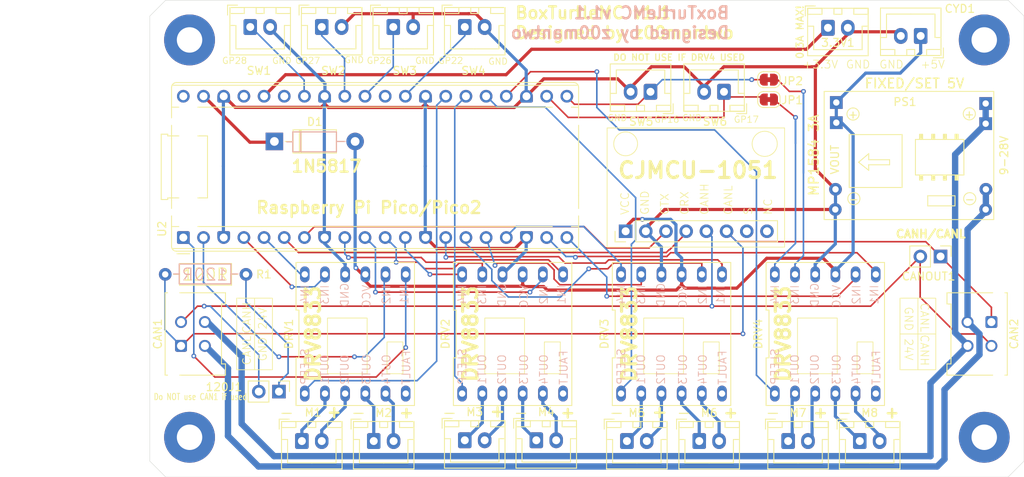
<source format=kicad_pcb>
(kicad_pcb (version 20241229) (generator "pcbnew") (generator_version "9.0")
  (layers (0 "F.Cu" signal) (2 "B.Cu" signal) (13 "F.Paste" user) (15 "B.Paste" user) (5 "F.SilkS" user "F.Silkscreen") (7 "B.SilkS" user "B.Silkscreen") (1 "F.Mask" user) (3 "B.Mask" user) (25 "Edge.Cuts" user))
  (net 0 "")
  (net 1 "GND")
  (net 2 "+5V")
  (net 4 "Net-(SW3-Pin_1)")
  (net 5 "Net-(SW4-Pin_1)")
  (net 9 "+24V")
  (net 10 "-24V")
  (net 11 "Net-(D1-K)")
  (net 20 "Net-(JP1-B)")
  (net 21 "Net-(JP2-B)")
  (net 22 "Net-(DRV1-AOUT1)")
  (net 23 "Net-(DRV1-AIN2)")
  (net 24 "Net-(DRV1-SLEEP)")
  (net 25 "Net-(DRV1-BOUT2)")
  (net 26 "Net-(DRV1-BOUT1)")
  (net 27 "Net-(DRV1-BIN2)")
  (net 28 "Net-(DRV1-AOUT2)")
  (net 30 "Net-(DRV1-BIN1)")
  (net 31 "Net-(DRV1-AIN1)")
  (net 32 "Net-(DRV2-AIN2)")
  (net 33 "Net-(DRV2-BOUT2)")
  (net 34 "Net-(DRV2-BIN2)")
  (net 36 "Net-(DRV2-BOUT1)")
  (net 37 "Net-(DRV2-AOUT2)")
  (net 38 "Net-(DRV2-BIN1)")
  (net 39 "Net-(DRV2-SLEEP)")
  (net 40 "Net-(DRV2-AIN1)")
  (net 41 "Net-(DRV2-AOUT1)")
  (net 42 "Net-(DRV3-SLEEP)")
  (net 43 "Net-(DRV3-BOUT2)")
  (net 45 "Net-(DRV3-BOUT1)")
  (net 46 "Net-(DRV3-BIN1)")
  (net 47 "Net-(DRV3-BIN2)")
  (net 48 "Net-(DRV3-AOUT1)")
  (net 49 "Net-(DRV3-AIN2)")
  (net 50 "Net-(DRV3-AOUT2)")
  (net 51 "Net-(DRV3-AIN1)")
  (net 52 "Net-(DRV4-BIN1)")
  (net 53 "Net-(DRV4-BOUT1)")
  (net 54 "Net-(DRV4-AOUT1)")
  (net 55 "Net-(DRV4-AOUT2)")
  (net 56 "Net-(DRV4-BOUT2)")
  (net 57 "Net-(DRV4-SLEEP)")
  (net 58 "Net-(DRV4-AIN1)")
  (net 59 "Net-(DRV4-BIN2)")
  (net 60 "Net-(DRV4-AIN2)")
  (net 62 "Net-(U1-CTX)")
  (net 64 "Net-(U1-CRX)")
  (net 70 "Net-(SW1-Pin_1)")
  (net 71 "Net-(SW2-Pin_1)")
  (net 72 "Net-(3.3V1-Pin_1)")
  (net 73 "Net-(120J1-B)")
  (net 74 "Net-(120J1-A)")
  (net 75 "Net-(CAN1-CANL)")
  (footprint "Library:MP1584_Module" (layer "F.Cu") (at 193.8843 91.637 180)
    (property "Reference" "PS1")
    (property "Value" "MP1583_Module")
  )
  (footprint "Library:DRV8833_Module" (layer "F.Cu") (at 164.5143 113.525 90)
    (property "Reference" "DRV3")
    (property "Value" "~" (hide yes))
  )
  (footprint "Module:RaspberryPi_Pico_Common_THT" (layer "F.Cu") (at 103.0825 101.39 90)
    (property "Reference" "U2")
    (property "Value" "Pico")
  )
  (footprint "Connector_JST:JST_XH_B2B-XH-A_1x02_P2.50mm_Vertical" (layer "F.Cu") (at 188.2 127)
    (property "Reference" "M8")
    (property "Value" "Conn_01x02 Pin1+ Pin2-" (hide yes))
  )
  (footprint "MountingHole:MountingHole_3.2mm_M3_Pad_TopBottom" (layer "F.Cu") (at 103.8643 76.525 90)
    (property "Reference" "H1" (hide yes))
    (property "Value" "MountingHole_Pad" (hide yes))
  )
  (footprint "MountingHole:MountingHole_3.2mm_M3_Pad_TopBottom" (layer "F.Cu") (at 103.8643 126.525 90)
    (property "Reference" "H3" (hide yes))
    (property "Value" "MountingHole_Pad" (hide yes))
  )
  (footprint "Connector_JST:JST_XH_B2B-XH-A_1x02_P2.50mm_Vertical" (layer "F.Cu") (at 171.1143 83.05 180)
    (property "Reference" "SW6")
    (property "Value" "Conn_01x02 Pin1+ Pin2-")
  )
  (footprint "MountingHole:MountingHole_3.2mm_M3_Pad_TopBottom" (layer "F.Cu") (at 203.8643 126.525 90)
    (property "Reference" "H4" (hide yes))
    (property "Value" "MountingHole_Pad" (hide yes))
  )
  (footprint "Library:MX3.0 Connector CANBUS" (layer "F.Cu") (at 102.7943 115.025 90)
    (property "Reference" "CAN1")
    (property "Value" "MX3.0_Connector_CANBUS" (hide yes))
  )
  (footprint "Library:DRV8833_Module" (layer "F.Cu") (at 183.8643 113.525 90)
    (property "Reference" "DRV4")
    (property "Value" "~" (hide yes))
  )
  (footprint "Library:DRV8833_Module" (layer "F.Cu") (at 124.7143 113.525 90)
    (property "Reference" "DRV1")
    (property "Value" "~" (hide yes))
  )
  (footprint "Connector_JST:JST_XH_B2B-XH-A_1x02_P2.50mm_Vertical" (layer "F.Cu") (at 184.2 75)
    (property "Reference" "3.3V1")
    (property "Value" "1")
  )
  (footprint "Connector_JST:JST_XH_B2B-XH-A_1x02_P2.50mm_Vertical" (layer "F.Cu") (at 111.5 74.9)
    (property "Reference" "SW1")
    (property "Value" "Conn_01x02 Pin1+ Pin2-" (hide yes))
  )
  (footprint "Jumper:SolderJumper-2_P1.3mm_Bridged_RoundedPad1.0x1.5mm" (layer "F.Cu") (at 176.7643 81.525 180)
    (property "Reference" "JP2")
    (property "Value" "SolderJumper_2_Bridged")
  )
  (footprint "Jumper:SolderJumper-2_P1.3mm_Bridged_RoundedPad1.0x1.5mm" (layer "F.Cu") (at 176.7643 84.025 180)
    (property "Reference" "JP1")
    (property "Value" "SolderJumper_2_Bridged")
  )
  (footprint "Connector_PinHeader_2.54mm:PinHeader_1x02_P2.54mm_Vertical" (layer "F.Cu") (at 115.1143 120.775 -90)
    (property "Reference" "120J1")
    (property "Value" "Jumper_2_Small_Bridged")
  )
  (footprint "Connector_JST:JST_XH_B2B-XH-A_1x02_P2.50mm_Vertical" (layer "F.Cu") (at 129.5 74.9)
    (property "Reference" "SW3")
    (property "Value" "Conn_01x02 Pin1+ Pin2-" (hide yes))
  )
  (footprint "Connector_JST:JST_XH_B2B-XH-A_1x02_P2.50mm_Vertical" (layer "F.Cu") (at 147.5 126.9)
    (property "Reference" "M4")
    (property "Value" "Conn_01x02 Pin1+ Pin2-" (hide yes))
  )
  (footprint "Connector_JST:JST_XH_B2B-XH-A_1x02_P2.50mm_Vertical" (layer "F.Cu") (at 195.8643 76.025 180)
    (property "Reference" "CYD1")
    (property "Value" "1" (hide yes))
  )
  (footprint "Diode_THT:D_DO-41_SOD81_P10.16mm_Horizontal" (layer "F.Cu") (at 114.54 89.3)
    (property "Reference" "D1")
    (property "Value" "1N5817")
  )
  (footprint "Library:MX3.0 Connector CANBUS" (layer "F.Cu") (at 204.7643 112.025 -90)
    (property "Reference" "CAN2")
    (property "Value" "MX3.0_Connector_CANBUS" (hide yes))
  )
  (footprint "Connector_JST:JST_XH_B2B-XH-A_1x02_P2.50mm_Vertical" (layer "F.Cu") (at 158.9 127)
    (property "Reference" "M5")
    (property "Value" "Conn_01x02 Pin1+ Pin2-" (hide yes))
  )
  (footprint "MountingHole:MountingHole_3.2mm_M3_Pad_TopBottom" (layer "F.Cu") (at 203.8643 76.525 90)
    (property "Reference" "H2" (hide yes))
    (property "Value" "MountingHole_Pad" (hide yes))
  )
  (footprint "Connector_JST:JST_XH_B2B-XH-A_1x02_P2.50mm_Vertical" (layer "F.Cu") (at 179.1857 127)
    (property "Reference" "M7")
    (property "Value" "Conn_01x02 Pin1+ Pin2-" (hide yes))
  )
  (footprint "Resistor_THT:R_Axial_DIN0207_L6.3mm_D2.5mm_P10.16mm_Horizontal" (layer "F.Cu") (at 100.8043 106.025)
    (property "Reference" "R1")
    (property "Value" "120 Ohm")
  )
  (footprint "Library:DRV8833_Module" (layer "F.Cu") (at 144.5143 113.525 90)
    (property "Reference" "DRV2")
    (property "Value" "~" (hide yes))
  )
  (footprint "Connector_JST:JST_XH_B2B-XH-A_1x02_P2.50mm_Vertical" (layer "F.Cu") (at 168 127)
    (property "Reference" "M6")
    (property "Value" "Conn_01x02 Pin1+ Pin2-" (hide yes))
  )
  (footprint "Connector_JST:JST_XH_B2B-XH-A_1x02_P2.50mm_Vertical" (layer "F.Cu") (at 138.5 74.9)
    (property "Reference" "SW4")
    (property "Value" "Conn_01x02 Pin1+ Pin2-" (hide yes))
  )
  (footprint "Connector_JST:JST_XH_B2B-XH-A_1x02_P2.50mm_Vertical" (layer "F.Cu") (at 127.0429 127)
    (property "Reference" "M2")
    (property "Value" "Conn_01x02 Pin1+ Pin2-" (hide yes))
  )
  (footprint "Connector_JST:JST_XH_B2B-XH-A_1x02_P2.50mm_Vertical" (layer "F.Cu") (at 120.5 74.9)
    (property "Reference" "SW2")
    (property "Value" "Conn_01x02 Pin1+ Pin2-" (hide yes))
  )
  (footprint "Library:CJMCU-1051_TJA1051_CAN_Transceiver" (layer "F.Cu") (at 158.74 100.6 90)
    (property "Reference" "U1" (hide yes))
    (property "Value" "CJMCU-1051_TJA1051_CAN_Transceiver")
  )
  (footprint "Connector_JST:JST_XH_B2B-XH-A_1x02_P2.50mm_Vertical" (layer "F.Cu") (at 161.8643 83.05 180)
    (property "Reference" "SW5")
    (property "Value" "Conn_01x02 Pin1+ Pin2-")
  )
  (footprint "Connector_PinHeader_2.54mm:PinHeader_1x02_P2.54mm_Vertical" (layer "F.Cu") (at 198.3643 103.775 -90)
    (property "Reference" "CANOUT1")
    (property "Value" "CANBUS" (hide yes))
  )
  (footprint "Connector_JST:JST_XH_B2B-XH-A_1x02_P2.50mm_Vertical" (layer "F.Cu") (at 118 127)
    (property "Reference" "M1")
    (property "Value" "Conn_01x02 Pin1+ Pin2-" (hide yes))
  )
  (footprint "Connector_JST:JST_XH_B2B-XH-A_1x02_P2.50mm_Vertical" (layer "F.Cu") (at 138.5 126.9)
    (property "Reference" "M3")
    (property "Value" "Conn_01x02 Pin1+ Pin2-" (hide yes))
  )
  (gr_line (start 182.6143 92.775) (end 182.6143 79.9) (stroke (width 0.4)) (layer "F.Cu") (net 1))
  (gr_line (start 185.1 95.3) (end 182.6143 92.775) (stroke (width 0.4)) (layer "F.Cu") (net 1))
  (gr_line (start 193.3 75.5) (end 186.7 75.5) (stroke (width 0.4)) (layer "F.Cu") (net 1))
  (gr_line (start 180.1143 86.275) (end 177.0143 83.725) (stroke (width 0.2)) (layer "F.Cu") (net 59))
  (gr_line (start 187 75.5) (end 182.6 79.9) (stroke (width 0.4)) (layer "F.Cu") (net 1))
  (gr_line (start 142.6 104.6) (end 142.3 104.9) (stroke (width 0.2)) (layer "F.Cu") (net 46))
  (gr_line (start 195.8 108.325) (end 195.8 103.675) (stroke (width 0.2)) (layer "F.Cu") (net 73))
  (gr_line (start 120.9 82) (end 114 75.1) (stroke (width 0.4)) (layer "B.Cu") (net 1))
  (gr_line (start 180.1143 89.525) (end 180.1143 86.275) (stroke (width 0.2)) (layer "B.Cu") (net 59))
  (gr_line (start 142.3 104.9) (end 141.2 101.4) (stroke (width 0.2)) (layer "B.Cu") (net 46))
  (gr_line (start 181.1143 93.275) (end 181.1143 83.4) (stroke (width 0.2)) (layer "B.Cu") (net 52))
  (gr_line (start 185.1 122.4) (end 185.2 122.4) (stroke (width 0.2)) (layer "B.Cu") (net 53))
  (gr_line (start 120.9 83.6) (end 120.9 82) (stroke (width 0.4)) (layer "B.Cu") (net 1))
  (gr_line (start 116.85 89.35) (end 116.1 89.35) (stroke (width 0.15)) (layer "B.SilkS"))
  (gr_line (start 122.4 89.3) (end 123.425 89.3) (stroke (width 0.15)) (layer "B.SilkS"))
  (gr_rect (start 101.8643 105.975) (end 102.5643 105.975) (stroke (width 0.15)) (fill no) (layer "B.SilkS"))
  (gr_rect (start 102.5643 104.725) (end 109.0643 107.225) (stroke (width 0.15)) (fill no) (layer "B.SilkS"))
  (gr_line (start 117.85 90.6) (end 117.85 88.1) (stroke (width 0.15)) (layer "B.SilkS"))
  (gr_rect (start 116.85 88.1) (end 122.35 90.6) (stroke (width 0.15)) (fill no) (layer "B.SilkS"))
  (gr_rect (start 109.0643 105.975) (end 109.0643 107.225) (stroke (width 0.15)) (fill no) (layer "B.SilkS"))
  (gr_line (start 109.9643 105.975) (end 109.0643 105.975) (stroke (width 0.15)) (layer "B.SilkS"))
  (gr_line (start 206.8643 131.525) (end 208.8643 129.525) (stroke (width 0.05)) (layer "Edge.Cuts"))
  (gr_line (start 98.8643 129.525) (end 98.8643 73.525) (stroke (width 0.05)) (layer "Edge.Cuts"))
  (gr_line (start 206.8643 71.525) (end 208.8643 73.525) (stroke (width 0.05)) (layer "Edge.Cuts"))
  (gr_line (start 100.8643 71.525) (end 98.8643 73.525) (stroke (width 0.05)) (layer "Edge.Cuts"))
  (gr_line (start 208.8643 129.525) (end 208.8643 73.525) (stroke (width 0.05)) (layer "Edge.Cuts"))
  (gr_line (start 206.8643 131.525) (end 100.8643 131.525) (stroke (width 0.05)) (layer "Edge.Cuts"))
  (gr_line (start 100.8643 131.525) (end 98.8643 129.525) (stroke (width 0.05)) (layer "Edge.Cuts"))
  (gr_line (start 206.8643 71.525) (end 100.8643 71.525) (stroke (width 0.05)) (layer "Edge.Cuts"))
  (gr_text "+" (at 141.5 124.1 0) (layer "F.SilkS") (effects (font (size 1.5 1.5) (thickness 0.3) (bold yes)) (justify left bottom)))
  (gr_text "GND" (at 132.2 79.6 0) (layer "F.SilkS") (effects (font (size 0.8 0.8) (thickness 0.1)) (justify left bottom)))
  (gr_text "BoxTurtleMC v1.1" (at 144.7 74 0) (layer "F.SilkS") (effects (font (size 1.5 1.5) (thickness 0.3) (bold yes)) (justify left bottom)))
  (gr_text "GP26" (at 126.1 79.6 0) (layer "F.SilkS") (effects (font (size 0.8 0.8) (thickness 0.1)) (justify left bottom)))
  (gr_text "GP17" (at 172.3 87 0) (layer "F.SilkS") (effects (font (size 0.8 0.8) (thickness 0.1)) (justify left bottom)))
  (gr_text "-" (at 165.05 124.2765 0) (layer "F.SilkS") (effects (font (size 1.5 1.5)) (justify left bottom)))
  (gr_text "-" (at 135.55 124.2765 0) (layer "F.SilkS") (effects (font (size 1.5 1.5)) (justify left bottom)))
  (gr_text "+" (at 182.2 124.217 0) (layer "F.SilkS") (effects (font (size 1.4 1.4) (thickness 0.3) (bold yes)) (justify left bottom)))
  (gr_text "GND" (at 141.4 79.7 0) (layer "F.SilkS") (effects (font (size 0.8 0.8) (thickness 0.1)) (justify left bottom)))
  (gr_text "GP27" (at 117.1 79.6 0) (layer "F.SilkS") (effects (font (size 0.8 0.8) (thickness 0.1)) (justify left bottom)))
  (gr_text "Raspberry Pi Pico/Pico2" (at 112.1 98.5 0) (layer "F.SilkS") (effects (font (size 1.5 1.5) (thickness 0.3) (bold yes)) (justify left bottom)))
  (gr_text "GND" (at 165.8 86.8 0) (layer "F.SilkS") (effects (font (size 0.8 0.8) (thickness 0.1)) (justify left bottom)))
  (gr_text "GND" (at 114.2 79.6 0) (layer "F.SilkS") (effects (font (size 0.8 0.8) (thickness 0.1)) (justify left bottom)))
  (gr_text "FIXED/SET 5V" (at 188.7 82.7 0) (layer "F.SilkS") (effects (font (size 1.2 1.2) (thickness 0.2) (bold yes)) (justify left bottom)))
  (gr_text "-" (at 156.575 124.2765 0) (layer "F.SilkS") (effects (font (size 1.5 1.5)) (justify left bottom)))
  (gr_text "GP22" (at 135.1 79.6 0) (layer "F.SilkS") (effects (font (size 0.8 0.8) (thickness 0.1)) (justify left bottom)))
  (gr_text "CANH/CANL" (at 192.6143 101.525 0) (layer "F.SilkS") (effects (font (size 1 1) (thickness 0.3) (bold yes)) (justify left bottom)))
  (gr_text "-" (at 115.05 124.2765 0) (layer "F.SilkS") (effects (font (size 1.5 1.5)) (justify left bottom)))
  (gr_text "-" (at 176.2357 124.2765 0) (layer "F.SilkS") (effects (font (size 1.5 1.5)) (justify left bottom)))
  (gr_text "Designed by z00mantwo" (at 144.7 76.5 0) (layer "F.SilkS") (effects (font (size 1.5 1.5) (thickness 0.3) (bold yes)) (justify left bottom)))
  (gr_text "+" (at 161.9 124.2 0) (layer "F.SilkS") (effects (font (size 1.5 1.5) (thickness 0.3) (bold yes)) (justify left bottom)))
  (gr_text "0.3A MAX!" (at 181.2 79 90) (layer "F.SilkS") (effects (font (size 0.9 0.9)) (justify left bottom)))
  (gr_text "GP16" (at 162.3 87 0) (layer "F.SilkS") (effects (font (size 0.8 0.8) (thickness 0.1)) (justify left bottom)))
  (gr_text "+3.3V" (at 180.9357 80.2 0) (layer "F.SilkS") (effects (font (size 1 1) (thickness 0.1)) (justify left bottom)))
  (gr_text "+" (at 130.1 124.217 0) (layer "F.SilkS") (effects (font (size 1.4 1.4) (thickness 0.3) (bold yes)) (justify left bottom)))
  (gr_text "-" (at 185.25 124.2765 0) (layer "F.SilkS") (effects (font (size 1.5 1.5)) (justify left bottom)))
  (gr_text "+" (at 121 124.2 0) (layer "F.SilkS") (effects (font (size 1.5 1.4) (thickness 0.3) (bold yes)) (justify left bottom)))
  (gr_text "+5V" (at 195.8 80.2 0) (layer "F.SilkS") (effects (font (size 1 1) (thickness 0.1)) (justify left bottom)))
  (gr_text "GND" (at 123.3 79.5 0) (layer "F.SilkS") (effects (font (size 0.8 0.8) (thickness 0.1)) (justify left bottom)))
  (gr_text "GND" (at 190.6 80.2 0) (layer "F.SilkS") (effects (font (size 1 1) (thickness 0.1)) (justify left bottom)))
  (gr_text "+" (at 170.9 124.217 0) (layer "F.SilkS") (effects (font (size 1.4 1.4) (thickness 0.3) (bold yes)) (justify left bottom)))
  (gr_text "GND" (at 186.4 80.2 0) (layer "F.SilkS") (effects (font (size 1 1) (thickness 0.1)) (justify left bottom)))
  (gr_text "GP28" (at 107.9 79.6 0) (layer "F.SilkS") (effects (font (size 0.8 0.8) (thickness 0.1)) (justify left bottom)))
  (gr_text "120R" (at 102.8643 106.925 0) (layer "F.SilkS") (effects (font (size 1.5 1.5)) (justify left bottom)))
  (gr_text "-" (at 144.55 124.2765 0) (layer "F.SilkS") (effects (font (size 1.5 1.5)) (justify left bottom)))
  (gr_text "DO NOT USE IF DRV4 USED" (at 157.1 79.2 0) (layer "F.SilkS") (effects (font (size 0.8 0.8) (thickness 0.15) (bold yes)) (justify left bottom)))
  (gr_text "Do NOT use CAN1 if used" (at 99.3 121.9 0) (layer "F.SilkS") (effects (font (size 0.8 0.6) (thickness 0.11) (bold yes)) (justify left bottom)))
  (gr_text "1N5817" (at 116.55 93.3 0) (layer "F.SilkS") (effects (font (size 1.5 1.5) (thickness 0.3) (bold yes)) (justify left bottom)))
  (gr_text "GND" (at 156.4 86.8 0) (layer "F.SilkS") (effects (font (size 0.8 0.8) (thickness 0.1)) (justify left bottom)))
  (gr_text "-" (at 124.0929 124.2765 0) (layer "F.SilkS") (effects (font (size 1.5 1.5)) (justify left bottom)))
  (gr_text "+" (at 150.4 124.217 0) (layer "F.SilkS") (effects (font (size 1.4 1.4) (thickness 0.3) (bold yes)) (justify left bottom)))
  (gr_text "+" (at 191.2 124.217 0) (layer "F.SilkS") (effects (font (size 1.4 1.4) (thickness 0.3) (bold yes)) (justify left bottom)))
  (gr_text "BoxTurtleMC v1.1" (at 171.95 74 0) (layer "B.SilkS") (effects (font (size 1.5 1.5) (thickness 0.3) (bold yes)) (justify left bottom mirror)))
  (gr_text "Designed by z00mantwo" (at 171.95 76.5 0) (layer "B.SilkS") (effects (font (size 1.5 1.5) (thickness 0.3) (bold yes)) (justify left bottom mirror)))
  (gr_text "120R" (at 108.7643 106.925 0) (layer "B.SilkS") (effects (font (size 1.5 1.5)) (justify left bottom mirror)))
  (segment (start 108.7668 84.265) (end 108.1268 83.625) (width 0.2) (layer "F.Cu") (net 1))
  (segment (start 133.5243 84.0758) (end 133.5243 84.6267) (width 0.4) (layer "F.Cu") (net 1))
  (segment (start 146.1706 83.5788) (end 146.1706 83.5787) (width 0.2) (layer "F.Cu") (net 1))
  (segment (start 133.9223 85.025) (end 133.5243 84.6267) (width 0.4) (layer "F.Cu") (net 1))
  (segment (start 121.3284 85.0284) (end 133.0971 85.0284) (width 0.4) (layer "F.Cu") (net 1))
  (segment (start 109.6243 85.015) (end 120.1143 85.015) (width 0.4) (layer "F.Cu") (net 1))
  (segment (start 159.3643 83.05) (end 157.7393 81.425) (width 0.4) (layer "F.Cu") (net 1))
  (segment (start 182.6143 79.9) (end 171.1 79.9) (width 0.4) (layer "F.Cu") (net 1))
  (segment (start 141 74.3448) (end 139.877 73.222) (width 0.4) (layer "F.Cu") (net 1))
  (segment (start 168.6143 83.05) (end 168.225 82.6607) (width 0.4) (layer "F.Cu") (net 1))
  (segment (start 120.8643 84.5643) (end 121.3284 85.0284) (width 0.4) (layer "F.Cu") (net 1))
  (segment (start 163.6483 97.86) (end 185.1213 97.86) (width 0.4) (layer "F.Cu") (net 1))
  (segment (start 108.8743 84.265) (end 108.7668 84.265) (width 0.2) (layer "F.Cu") (net 1))
  (segment (start 146.21 101.39) (end 144.8346 102.7654) (width 0.4) (layer "F.Cu") (net 1))
  (segment (start 139.877 73.222) (end 138.97 73.222) (width 0.4) (layer "F.Cu") (net 1))
  (segment (start 134.2543 102.0352) (end 134.147 102.0352) (width 0.2) (layer "F.Cu") (net 1))
  (segment (start 161.9893 79.9) (end 159.3643 82.525) (width 0.4) (layer "F.Cu") (net 1))
  (segment (start 134.9843 102.7654) (end 134.2543 102.0352) (width 0.4) (layer "F.Cu") (net 1))
  (segment (start 120.8643 84.275) (end 120.8643 84.5643) (width 0.4) (layer "F.Cu") (net 1))
  (segment (start 148.4368 81.425) (end 146.2268 83.635) (width 0.4) (layer "F.Cu") (net 1))
  (segment (start 161.7333 99.775) (end 163.6483 97.86) (width 0.4) (layer "F.Cu") (net 1))
  (segment (start 146.2243 83.525) (end 146.1706 83.5787) (width 0.4) (layer "F.Cu") (net 1))
  (segment (start 159.3643 82.5375) (end 159.305 82.4782) (width 0.2) (layer "F.Cu") (net 1))
  (segment (start 132 73.3263) (end 132 74.9) (width 0.4) (layer "F.Cu") (net 1))
  (segment (start 120.8268 83.635) (end 120.8643 83.6725) (width 0.2) (layer "F.Cu") (net 1))
  (segment (start 138.966 73.2263) (end 131.9 73.2263) (width 0.4) (layer "F.Cu") (net 1))
  (segment (start 108.1243 83.515) (end 108.8743 84.265) (width 0.4) (layer "F.Cu") (net 1))
  (segment (start 134.147 102.0352) (end 133.5268 101.415) (width 0.2) (layer "F.Cu") (net 1))
  (segment (start 161.5693 99.775) (end 161.7333 99.775) (width 0.4) (layer "F.Cu") (net 1))
  (segment (start 134.2543 102.0352) (end 133.5243 101.305) (width 0.4) (layer "F.Cu") (net 1))
  (segment (start 159.3643 82.525) (end 159.3643 82.5375) (width 0.4) (layer "F.Cu") (net 1))
  (segment (start 131.9 73.2263) (end 130.848 73.2263) (width 0.4) (layer "F.Cu") (net 1))
  (segment (start 133.4988 84.6267) (end 133.5243 84.6267) (width 0.4) (layer "F.Cu") (net 1))
  (segment (start 159.3643 82.5375) (end 159.3643 83.05) (width 0.4) (layer "F.Cu") (net 1))
  (segment (start 120.425 85.025) (end 120.8643 84.5857) (width 0.4) (layer "F.Cu") (net 1))
  (segment (start 157.7393 81.425) (end 148.4368 81.425) (width 0.4) (layer "F.Cu") (net 1))
  (segment (start 146.2625 101.39) (end 146.21 101.39) (width 0.4) (layer "F.Cu") (net 1))
  (segment (start 133.5243 83.525) (end 133.5243 84.0758) (width 0.4) (layer "F.Cu") (net 1))
  (segment (start 133.5268 84.0733) (end 133.5268 83.635) (width 0.2) (layer "F.Cu") (net 1))
  (segment (start 144.7243 85.025) (end 133.9223 85.025) (width 0.4) (layer "F.Cu") (net 1))
  (segment (start 120.1143 85.025) (end 120.425 85.025) (width 0.4) (layer "F.Cu") (net 1))
  (segment (start 168.6143 83.05) (end 168.6143 82.4143) (width 0.4) (layer "F.Cu") (net 1))
  (segment (start 146.2268 83.635) (end 146.1706 83.5788) (width 0.2) (layer "F.Cu") (net 1))
  (segment (start 146.1706 83.5787) (end 144.7243 85.025) (width 0.4) (layer "F.Cu") (net 1))
  (segment (start 120.8643 83.6725) (end 120.8643 84.275) (width 0.2) (layer "F.Cu") (net 1))
  (segment (start 166.1 79.9) (end 161.9893 79.9) (width 0.4) (layer "F.Cu") (net 1))
  (segment (start 108.8743 84.265) (end 109.6243 85.015) (width 0.4) (layer "F.Cu") (net 1))
  (segment (start 168.6143 82.4143) (end 166.1 79.9) (width 0.4) (layer "F.Cu") (net 1))
  (segment (start 130.848 73.2263) (end 124.6237 73.2263) (width 0.4) (layer "F.Cu") (net 1))
  (segment (start 120.8643 84.5857) (end 120.8643 84.275) (width 0.4) (layer "F.Cu") (net 1))
  (segment (start 124.6237 73.2263) (end 123 74.85) (width 0.4) (layer "F.Cu") (net 1))
  (segment (start 133.5243 84.0758) (end 133.5268 84.0733) (width 0.2) (layer "F.Cu") (net 1))
  (segment (start 133.0971 85.0284) (end 133.4988 84.6267) (width 0.4) (layer "F.Cu") (net 1))
  (segment (start 171.1 79.9) (end 168.6143 82.3857) (width 0.4) (layer "F.Cu") (net 1))
  (segment (start 168.6143 82.3857) (end 168.6143 83.05) (width 0.4) (layer "F.Cu") (net 1))
  (segment (start 144.8346 102.7654) (end 134.9843 102.7654) (width 0.4) (layer "F.Cu") (net 1))
  (segment (start 143.2443 105.3689) (end 143.2443 106.025) (width 0.4) (layer "B.Cu") (net 1))
  (segment (start 185.1213 102.1963) (end 185.1213 98.4108) (width 0.4) (layer "B.Cu") (net 1))
  (segment (start 133.5243 92.415) (end 133.5268 92.4125) (width 0.2) (layer "B.Cu") (net 1))
  (segment (start 185.1463 95.2668) (end 185.1463 95.32) (width 0.4) (layer "B.Cu") (net 1))
  (segment (start 185.1463 95.2132) (end 185.1463 95.2134) (width 0.4) (layer "B.Cu") (net 1))
  (segment (start 185.1213 97.86) (end 185.1213 98.4108) (width 0.4) (layer "B.Cu") (net 1))
  (segment (start 108.1243 92.415) (end 108.1243 83.525) (width 0.4) (layer "B.Cu") (net 1))
  (segment (start 146.2243 102.0868) (end 146.2268 102.0843) (width 0.2) (layer "B.Cu") (net 1))
  (segment (start 185.1463 95.2668) (end 185.1463 95.32) (width 0.4) (layer "B.Cu") (net 1))
  (segment (start 141 74.9) (end 141 75.1) (width 0.4) (layer "B.Cu") (net 1))
  (segment (start 185.1463 95.2668) (end 185.1467 95.2672) (width 0.2) (layer "B.Cu") (net 1))
  (segment (start 185.1463 95.2136) (end 185.1463 95.2668) (width 0.4) (layer "B.Cu") (net 1))
  (segment (start 146.2268 102.0843) (end 146.2268 101.415) (width 0.2) (layer "B.Cu") (net 1))
  (segment (start 185.1463 95.2668) (end 185.1463 95.32) (width 0.4) (layer "B.Cu") (net 1))
  (segment (start 185.1467 95.2672) (end 185.1467 95.32) (width 0.2) (layer "B.Cu") (net 1))
  (segment (start 185.1463 95.2134) (end 185.1463 95.2136) (width 0.4) (layer "B.Cu") (net 1))
  (segment (start 141 75.1) (end 146.2243 80.3243) (width 0.4) (layer "B.Cu") (net 1))
  (segment (start 108.1243 101.4125) (end 108.1243 101.305) (width 0.2) (layer "B.Cu") (net 1))
  (segment (start 185.1463 95.2136) (end 185.1463 95.2668) (width 0.4) (layer "B.Cu") (net 1))
  (segment (start 185.1463 95.2132) (end 185.1463 95.2134) (width 0.4) (layer "B.Cu") (net 1))
  (segment (start 143.2443 106.025) (end 143.4943 105.775) (width 0.4) (layer "B.Cu") (net 1))
  (segment (start 146.2243 80.3243) (end 146.2243 83.525) (width 0.4) (layer "B.Cu") (net 1))
  (segment (start 182.5943 106.025) (end 182.5943 104.7233) (width 0.4) (layer "B.Cu") (net 1))
  (segment (start 185.1463 95.2134) (end 185.1463 95.2136) (width 0.4) (layer "B.Cu") (net 1))
  (segment (start 133.5268 92.4125) (end 133.5268 83.635) (width 0.2) (layer "B.Cu") (net 1))
  (segment (start 108.1243 101.305) (end 108.1243 92.415) (width 0.4) (layer "B.Cu") (net 1))
  (segment (start 185.1463 95.2132) (end 185.1463 95.2134) (width 0.4) (layer "B.Cu") (net 1))
  (segment (start 161.5693 99.775) (end 161.5693 100.9267) (width 0.4) (layer "B.Cu") (net 1))
  (segment (start 163.2443 102.6017) (end 163.2443 106.025) (width 0.4) (layer "B.Cu") (net 1))
  (segment (start 185.1463 95.2134) (end 185.1463 95.2136) (width 0.4) (layer "B.Cu") (net 1))
  (segment (start 185.1463 98.3854) (end 185.1463 95.32) (width 0.4) (layer "B.Cu") (net 1))
  (segment (start 146.2243 103.045) (end 146.2243 102.0868) (width 0.4) (layer "B.Cu") (net 1))
  (segment (start 123.4443 106.025) (end 123.4443 104.7233) (width 0.4) (layer "B.Cu") (net 1))
  (segment (start 143.2443 106.025) (end 146.2243 103.045) (width 0.4) (layer "B.Cu") (net 1))
  (segment (start 185.1213 98.4108) (end 185.1463 98.3854) (width 0.4) (layer "B.Cu") (net 1))
  (segment (start 108.1268 92.4125) (end 108.1268 83.635) (width 0.2) (layer "B.Cu") (net 1))
  (segment (start 123.4443 104.7233) (end 120.8243 102.1033) (width 0.4) (layer "B.Cu") (net 1))
  (segment (start 133.5243 83.525) (end 133.5243 92.415) (width 0.4) (layer "B.Cu") (net 1))
  (segment (start 108.1268 101.415) (end 108.1243 101.4125) (width 0.2) (layer "B.Cu") (net 1))
  (segment (start 133.5243 101.4125) (end 133.5243 101.305) (width 0.2) (layer "B.Cu") (net 1))
  (segment (start 182.5943 104.7233) (end 185.1213 102.1963) (width 0.4) (layer "B.Cu") (net 1))
  (segment (start 120.8243 92.8141) (end 120.8243 83.525) (width 0.4) (layer "B.Cu") (net 1))
  (segment (start 133.5243 92.415) (end 133.5243 101.305) (width 0.4) (layer "B.Cu") (net 1))
  (segment (start 120.8243 102.1033) (end 120.8243 92.8141) (width 0.4) (layer "B.Cu") (net 1))
  (segment (start 161.5693 100.9267) (end 163.2443 102.6017) (width 0.4) (layer "B.Cu") (net 1))
  (segment (start 133.5268 101.415) (end 133.5243 101.4125) (width 0.2) (layer "B.Cu") (net 1))
  (segment (start 185.1463 95.2136) (end 185.1463 95.2668) (width 0.4) (layer "B.Cu") (net 1))
  (segment (start 146.2243 102.0868) (end 146.2243 101.305) (width 0.4) (layer "B.Cu") (net 1))
  (segment (start 108.1243 92.415) (end 108.1268 92.4125) (width 0.2) (layer "B.Cu") (net 1))
  (segment (start 185.1343 106.025) (end 185.1343 105.5343) (width 0.4) (layer "F.Cu") (net 2))
  (segment (start 165.7843 107.327) (end 165.1113 108) (width 0.4) (layer "F.Cu") (net 2))
  (segment (start 185.1343 105.5343) (end 183.6 104) (width 0.4) (layer "F.Cu") (net 2))
  (segment (start 146.0163 107.559) (end 145.7843 107.327) (width 0.4) (layer "F.Cu") (net 2))
  (segment (start 183.6 104) (end 176.4913 104) (width 0.4) (layer "F.Cu") (net 2))
  (segment (start 165.1113 108) (end 148.8613 108) (width 0.4) (layer "F.Cu") (net 2))
  (segment (start 176.4913 104) (end 172.7323 107.759) (width 0.4) (layer "F.Cu") (net 2))
  (segment (start 145.7843 106.025) (end 145.7843 107.327) (width 0.4) (layer "F.Cu") (net 2))
  (segment (start 126.6347 107.525) (end 125.9843 106.8746) (width 0.4) (layer "F.Cu") (net 2))
  (segment (start 145.7843 107.327) (end 145.5863 107.525) (width 0.4) (layer "F.Cu") (net 2))
  (segment (start 148.4203 107.559) (end 146.0163 107.559) (width 0.4) (layer "F.Cu") (net 2))
  (segment (start 125.9295 105.9702) (end 125.9843 106.025) (width 0.4) (layer "F.Cu") (net 2))
  (segment (start 125.5595 105.9702) (end 125.9295 105.9702) (width 0.4) (layer "F.Cu") (net 2))
  (segment (start 159.7043 99.1) (end 159.0293 99.775) (width 0.4) (layer "F.Cu") (net 2))
  (segment (start 148.8613 108) (end 148.4203 107.559) (width 0.4) (layer "F.Cu") (net 2))
  (segment (start 165.7843 106.025) (end 165.7843 107.325) (width 0.4) (layer "F.Cu") (net 2))
  (segment (start 165.7843 107.325) (end 165.7843 107.327) (width 0.4) (layer "F.Cu") (net 2))
  (segment (start 145.5863 107.525) (end 126.6347 107.525) (width 0.4) (layer "F.Cu") (net 2))
  (segment (start 160.8393 99.1) (end 159.7043 99.1) (width 0.4) (layer "F.Cu") (net 2))
  (segment (start 125.9843 106.8746) (end 125.9843 106.025) (width 0.4) (layer "F.Cu") (net 2))
  (segment (start 124.79465 105.20535) (end 125.5595 105.9702) (width 0.4) (layer "F.Cu") (net 2))
  (segment (start 172.7323 107.759) (end 166.2183 107.759) (width 0.4) (layer "F.Cu") (net 2))
  (segment (start 166.2183 107.759) (end 165.7843 107.325) (width 0.4) (layer "F.Cu") (net 2))
  (via (at 160.8393 99.1) (size 0.6) (drill 0.3) (layers "F.Cu" "B.Cu") (net 2))
  (via (at 124.79465 105.20535) (size 0.6) (drill 0.3) (layers "F.Cu" "B.Cu") (net 2))
  (segment (start 185.2483 84.398) (end 185.2483 86.2701) (width 0.4) (layer "B.Cu") (net 2))
  (segment (start 187.3643 88.3861) (end 187.3643 103.3357) (width 0.4) (layer "B.Cu") (net 2))
  (segment (start 162.8643 99.125) (end 162.975 99.125) (width 0.4) (layer "B.Cu") (net 2))
  (segment (start 124.7 89.4599) (end 124.7643 89.3956) (width 0.4) (layer "B.Cu") (net 2))
  (segment (start 187.3643 103.3357) (end 185.1343 105.5657) (width 0.4) (layer "B.Cu") (net 2))
  (segment (start 185.2483 84.398) (end 188.9463 80.7) (width 0.4) (layer "B.Cu") (net 2))
  (segment (start 185.1343 105.5657) (end 185.1343 106.025) (width 0.4) (layer "B.Cu") (net 2))
  (segment (start 162.975 99.125) (end 163 99.1) (width 0.4) (layer "B.Cu") (net 2))
  (segment (start 195.8643 78.1357) (end 195.8643 76.025) (width 0.4) (layer "B.Cu") (net 2))
  (segment (start 193.3 80.7) (end 195.8643 78.1357) (width 0.4) (layer "B.Cu") (net 2))
  (segment (start 185.2483 86.2701) (end 185.2483 86.938) (width 0.4) (layer "B.Cu") (net 2))
  (segment (start 163 99.1) (end 164.4 99.1) (width 0.4) (layer "B.Cu") (net 2))
  (segment (start 124.79465 105.20535) (end 124.7 105.1107) (width 0.4) (layer "B.Cu") (net 2))
  (segment (start 188.9463 80.7) (end 193.3 80.7) (width 0.4) (layer "B.Cu") (net 2))
  (segment (start 160.8393 99.1) (end 162.8393 99.1) (width 0.4) (layer "B.Cu") (net 2))
  (segment (start 165.071 99.771) (end 165.071 103.2549) (width 0.4) (layer "B.Cu") (net 2))
  (segment (start 164.4 99.1) (end 165.071 99.771) (width 0.4) (layer "B.Cu") (net 2))
  (segment (start 185.2483 86.2701) (end 187.3643 88.3861) (width 0.4) (layer "B.Cu") (net 2))
  (segment (start 124.7 105.1107) (end 124.7 89.4599) (width 0.4) (layer "B.Cu") (net 2))
  (segment (start 162.8393 99.1) (end 162.8643 99.125) (width 0.4) (layer "B.Cu") (net 2))
  (segment (start 165.071 103.2549) (end 165.7843 103.9682) (width 0.4) (layer "B.Cu") (net 2))
  (segment (start 165.7843 103.9682) (end 165.7843 106.025) (width 0.4) (layer "B.Cu") (net 2))
  (segment (start 125.9068 83.5225) (end 129.5 79.9293) (width 0.2) (layer "B.Cu") (net 4))
  (segment (start 129.5 74.9) (end 130.075 75.475) (width 0.2) (layer "B.Cu") (net 4))
  (segment (start 125.9043 83.525) (end 125.9068 83.5225) (width 0.2) (layer "B.Cu") (net 4))
  (segment (start 129.5 79.9293) (end 129.5 74.9) (width 0.2) (layer "B.Cu") (net 4))
  (segment (start 125.9068 83.5225) (end 125.9068 83.635) (width 0.2) (layer "B.Cu") (net 4))
  (segment (start 130.9868 83.5225) (end 130.9868 83.635) (width 0.2) (layer "B.Cu") (net 5))
  (segment (start 138.5 76.0093) (end 138.5 74.9) (width 0.2) (layer "B.Cu") (net 5))
  (segment (start 130.9843 83.525) (end 130.9868 83.5225) (width 0.2) (layer "B.Cu") (net 5))
  (segment (start 130.9868 83.5225) (end 138.5 76.0093) (width 0.2) (layer "B.Cu") (net 5))
  (segment (start 200.2 113.3607) (end 200.2 90.9393) (width 0.8) (layer "B.Cu") (net 9))
  (segment (start 201.7643 115.0357) (end 201.7643 115.025) (width 0.8) (layer "B.Cu") (net 9))
  (segment (start 110.4199 124.8199) (end 114.5 128.9) (width 0.8) (layer "B.Cu") (net 9))
  (segment (start 201.7643 114.925) (end 200.2 113.3607) (width 0.8) (layer "B.Cu") (net 9))
  (segment (start 106.2943 112.205) (end 110.4199 116.331) (width 0.8) (layer "B.Cu") (net 9))
  (segment (start 105.7943 112.205) (end 105.9743 112.205) (width 0.8) (layer "B.Cu") (net 9))
  (segment (start 105.9743 112.205) (end 105.7943 112.025) (width 0.2) (layer "B.Cu") (net 9))
  (segment (start 110.4199 116.331) (end 110.4199 124.8199) (width 0.8) (layer "B.Cu") (net 9))
  (segment (start 197.1 128.9) (end 197.1 119.7) (width 0.8) (layer "B.Cu") (net 9))
  (segment (start 200.2 90.9393) (end 204.0443 87.095) (width 0.8) (layer "B.Cu") (net 9))
  (segment (start 105.9743 112.205) (end 106.2943 112.205) (width 0.8) (layer "B.Cu") (net 9))
  (segment (start 197.1 119.7) (end 201.7643 115.0357) (width 0.8) (layer "B.Cu") (net 9))
  (segment (start 114.5 128.9) (end 197.1 128.9) (width 0.8) (layer "B.Cu") (net 9))
  (segment (start 204.0443 84.525) (end 204.0443 87.065) (width 0.8) (layer "B.Cu") (net 9))
  (segment (start 204.0443 87.095) (end 204.0443 87.065) (width 0.8) (layer "B.Cu") (net 9))
  (segment (start 201.7643 115.025) (end 201.7643 114.925) (width 0.8) (layer "B.Cu") (net 9))
  (segment (start 204.0693 95.3435) (end 204.0693 95.3431) (width 0.4) (layer "B.Cu") (net 10))
  (segment (start 204.0693 97.835) (end 204.0693 96.0861) (width 0.8) (layer "B.Cu") (net 10))
  (segment (start 204.0443 97.86) (end 204.0693 97.835) (width 0.8) (layer "B.Cu") (net 10))
  (segment (start 204.0693 95.4154) (end 204.0693 95.415) (width 0.2) (layer "B.Cu") (net 10))
  (segment (start 204.0693 95.3675) (end 204.0693 95.3671) (width 0.2) (layer "B.Cu") (net 10))
  (segment (start 105.7943 115.025) (end 105.8643 115.025) (width 0.8) (layer "B.Cu") (net 10))
  (segment (start 204.0693 95.3435) (end 204.0693 95.3431) (width 0.2) (layer "B.Cu") (net 10))
  (segment (start 197.9393 130.2) (end 198.8643 129.275) (width 0.8) (layer "B.Cu") (net 10))
  (segment (start 204.0693 96.0861) (end 204.0693 96.0857) (width 0.4) (layer "B.Cu") (net 10))
  (segment (start 203.2643 113.525) (end 201.7643 112.025) (width 0.8) (layer "B.Cu") (net 10))
  (segment (start 204.0693 95.3315) (end 204.0697 95.3311) (width 0.2) (layer "B.Cu") (net 10))
  (segment (start 204.0443 97.86) (end 204.0443 98.095) (width 0.2) (layer "B.Cu") (net 10))
  (segment (start 204.0443 98.4108) (end 204.0693 98.3854) (width 0.2) (layer "B.Cu") (net 10))
  (segment (start 198.8643 120.525) (end 203.2643 116.125) (width 0.8) (layer "B.Cu") (net 10))
  (segment (start 108.7 126.3607) (end 112.5393 130.2) (width 0.8) (layer "B.Cu") (net 10))
  (segment (start 204.0693 95.4154) (end 204.0693 95.415) (width 0.4) (layer "B.Cu") (net 10))
  (segment (start 204.0693 95.3671) (end 204.0693 95.3435) (width 0.2) (layer "B.Cu") (net 10))
  (segment (start 204.0693 96.0857) (end 204.0693 95.7028) (width 0.2) (layer "B.Cu") (net 10))
  (segment (start 108.7 117.8607) (end 108.7 126.3607) (width 0.8) (layer "B.Cu") (net 10))
  (segment (start 204.0693 95.7028) (end 204.0693 95.7024) (width 0.2) (layer "B.Cu") (net 10))
  (segment (start 204.0693 95.3671) (end 204.0693 95.3435) (width 0.4) (layer "B.Cu") (net 10))
  (segment (start 204.0693 95.3435) (end 204.0693 95.3431) (width 0.2) (layer "B.Cu") (net 10))
  (segment (start 204.0693 95.5112) (end 204.0693 95.5108) (width 0.2) (layer "B.Cu") (net 10))
  (segment (start 204.0693 95.5108) (end 204.0693 95.4154) (width 0.2) (layer "B.Cu") (net 10))
  (segment (start 204.0693 95.3315) (end 204.0693 95.32) (width 0.2) (layer "B.Cu") (net 10))
  (segment (start 204.0693 95.3315) (end 204.0693 95.32) (width 0.2) (layer "B.Cu") (net 10))
  (segment (start 204.0693 95.3431) (end 204.0693 95.3315) (width 0.4) (layer "B.Cu") (net 10))
  (segment (start 204.0693 95.3431) (end 204.0693 95.3315) (width 0.2) (layer "B.Cu") (net 10))
  (segment (start 204.0693 95.3431) (end 204.0693 95.3315) (width 0.2) (layer "B.Cu") (net 10))
  (segment (start 105.8643 115.025) (end 108.7 117.8607) (width 0.8) (layer "B.Cu") (net 10))
  (segment (start 203.2643 116.125) (end 203.2643 113.525) (width 0.8) (layer "B.Cu") (net 10))
  (segment (start 204.0693 95.3431) (end 204.0693 95.3315) (width 0.2) (layer "B.Cu") (net 10))
  (segment (start 204.0693 95.3315) (end 204.0693 95.32) (width 0.4) (layer "B.Cu") (net 10))
  (segment (start 204.0693 96.0861) (end 204.0693 96.0857) (width 0.2) (layer "B.Cu") (net 10))
  (segment (start 112.5393 130.2) (end 197.9393 130.2) (width 0.8) (layer "B.Cu") (net 10))
  (segment (start 204.0693 95.3315) (end 204.0693 95.32) (width 0.2) (layer "B.Cu") (net 10))
  (segment (start 204.0693 95.3675) (end 204.0693 95.3671) (width 0.2) (layer "B.Cu") (net 10))
  (segment (start 204.0443 98.095) (end 204.0443 97.86) (width 0.8) (layer "B.Cu") (net 10))
  (segment (start 204.0693 95.415) (end 204.0693 95.3675) (width 0.4) (layer "B.Cu") (net 10))
  (segment (start 204.0443 98.095) (end 204.0443 98.4108) (width 0.2) (layer "B.Cu") (net 10))
  (segment (start 204.0693 95.7024) (end 204.0693 95.5112) (width 0.2) (layer "B.Cu") (net 10))
  (segment (start 201.7643 100.375) (end 204.0443 98.095) (width 0.8) (layer "B.Cu") (net 10))
  (segment (start 204.0693 95.7024) (end 204.0693 95.5112) (width 0.4) (layer "B.Cu") (net 10))
  (segment (start 204.0693 95.415) (end 204.0693 95.3675) (width 0.2) (layer "B.Cu") (net 10))
  (segment (start 201.7643 112.025) (end 201.7643 100.375) (width 0.8) (layer "B.Cu") (net 10))
  (segment (start 204.0693 95.3671) (end 204.0693 95.3435) (width 0.2) (layer "B.Cu") (net 10))
  (segment (start 204.0693 95.3675) (end 204.0693 95.3671) (width 0.4) (layer "B.Cu") (net 10))
  (segment (start 204.0693 96.0857) (end 204.0693 95.7028) (width 0.4) (layer "B.Cu") (net 10))
  (segment (start 204.0693 95.5108) (end 204.0693 95.4154) (width 0.4) (layer "B.Cu") (net 10))
  (segment (start 204.0697 95.3311) (end 204.0697 95.32) (width 0.2) (layer "B.Cu") (net 10))
  (segment (start 204.0693 95.7028) (end 204.0693 95.7024) (width 0.4) (layer "B.Cu") (net 10))
  (segment (start 198.8643 129.275) (end 198.8643 120.525) (width 0.8) (layer "B.Cu") (net 10))
  (segment (start 204.0693 95.3435) (end 204.0693 95.3431) (width 0.2) (layer "B.Cu") (net 10))
  (segment (start 204.0693 95.5112) (end 204.0693 95.5108) (width 0.4) (layer "B.Cu") (net 10))
  (segment (start 114.5856 89.3956) (end 111.4549 89.3956) (width 0.4) (layer "F.Cu") (net 11))
  (segment (start 111.4549 89.3956) (end 110.8549 88.7956) (width 0.4) (layer "F.Cu") (net 11))
  (segment (start 114.39 88.7) (end 114.3856 88.6956) (width 0.4) (layer "F.Cu") (net 11))
  (segment (start 110.8549 88.7956) (end 105.5843 83.525) (width 0.4) (layer "F.Cu") (net 11))
  (segment (start 148.7643 83.525) (end 149.5855 84.3462) (width 0.2) (layer "F.Cu") (net 20))
  (segment (start 175.7893 83.7) (end 171.7643 83.7) (width 0.2) (layer "F.Cu") (net 20))
  (segment (start 171.7643 83.7) (end 171.1143 83.05) (width 0.2) (layer "F.Cu") (net 20))
  (segment (start 171.1143 86.275) (end 171.1143 83.05) (width 0.2) (layer "F.Cu") (net 20))
  (segment (start 149.5855 84.3462) (end 151.5143 86.275) (width 0.2) (layer "F.Cu") (net 20))
  (segment (start 176.1143 84.025) (end 175.7893 83.7) (width 0.2) (layer "F.Cu") (net 20))
  (segment (start 151.5143 86.275) (end 171.1143 86.275) (width 0.2) (layer "F.Cu") (net 20))
  (segment (start 160.2893 84.625) (end 152.2968 84.625) (width 0.2) (layer "F.Cu") (net 21))
  (segment (start 174.6 81.525) (end 176.1143 81.525) (width 0.2) (layer "F.Cu") (net 21))
  (segment (start 161.8643 83.05) (end 160.2893 84.625) (width 0.2) (layer "F.Cu") (net 21))
  (segment (start 151.3113 83.5185) (end 151.3043 83.525) (width 0.2) (layer "F.Cu") (net 21))
  (segment (start 152.2968 84.625) (end 151.3068 83.635) (width 0.2) (layer "F.Cu") (net 21))
  (via (at 174.6 81.525) (size 0.6) (drill 0.3) (layers "F.Cu" "B.Cu") (net 21))
  (segment (start 161.8643 83.025) (end 161.8643 83.05) (width 0.2) (layer "B.Cu") (net 21))
  (segment (start 163.3643 81.525) (end 161.8643 83.025) (width 0.2) (layer "B.Cu") (net 21))
  (segment (start 174.6 81.525) (end 163.3643 81.525) (width 0.2) (layer "B.Cu") (net 21))
  (segment (start 120.9043 121.025) (end 120.9043 122.71) (width 0.4) (layer "B.Cu") (net 22))
  (segment (start 120.9043 122.71) (end 118 125.6143) (width 0.4) (layer "B.Cu") (net 22))
  (segment (start 118 125.6143) (end 118 126.8) (width 0.4) (layer "B.Cu") (net 22))
  (segment (start 124.6143 116.394) (end 115.1143 116.394) (width 0.2) (layer "F.Cu") (net 23))
  (via (at 124.6143 116.394) (size 0.6) (drill 0.3) (layers "F.Cu" "B.Cu") (net 23))
  (via (at 115.1143 116.394) (size 0.6) (drill 0.3) (layers "F.Cu" "B.Cu") (net 23))
  (segment (start 125.9245 116.394) (end 128.3643 113.954) (width 0.2) (layer "B.Cu") (net 23))
  (segment (start 115.1143 116.394) (end 114.9833 116.394) (width 0.2) (layer "B.Cu") (net 23))
  (segment (start 124.6143 116.394) (end 125.9245 116.394) (width 0.2) (layer "B.Cu") (net 23))
  (segment (start 128.3643 113.954) (end 128.3643 106.185) (width 0.2) (layer "B.Cu") (net 23))
  (segment (start 114.9833 116.394) (end 105.6143 107.025) (width 0.2) (layer "B.Cu") (net 23))
  (segment (start 128.3643 106.185) (end 128.5243 106.025) (width 0.2) (layer "B.Cu") (net 23))
  (segment (start 105.6143 107.025) (end 105.6143 101.3982) (width 0.2) (layer "B.Cu") (net 23))
  (segment (start 134.9603 84.7522) (end 136.0668 83.6457) (width 0.2) (layer "B.Cu") (net 24))
  (segment (start 118.3643 121.025) (end 118.3643 120.6357) (width 0.2) (layer "B.Cu") (net 24))
  (segment (start 134.9603 116.9397) (end 134.9603 84.7522) (width 0.2) (layer "B.Cu") (net 24))
  (segment (start 132.5 119.4) (end 134.9603 116.9397) (width 0.2) (layer "B.Cu") (net 24))
  (segment (start 136.0668 83.6457) (end 136.0668 83.635) (width 0.2) (layer "B.Cu") (net 24))
  (segment (start 118.3643 120.6357) (end 119.6 119.4) (width 0.2) (layer "B.Cu") (net 24))
  (segment (start 119.6 119.4) (end 132.5 119.4) (width 0.2) (layer "B.Cu") (net 24))
  (segment (start 128.5243 121.3243) (end 129.5 122.3) (width 0.4) (layer "B.Cu") (net 25))
  (segment (start 129.5 122.3) (end 129.5 126.9571) (width 0.4) (layer "B.Cu") (net 25))
  (segment (start 129.1143 126.349) (end 129.1143 127) (width 0.4) (layer "B.Cu") (net 25))
  (segment (start 128.5243 121.025) (end 128.5243 121.3243) (width 0.4) (layer "B.Cu") (net 25))
  (segment (start 129.1143 126.349) (end 129.5429 126.7776) (width 0.2) (layer "B.Cu") (net 25))
  (segment (start 127.0429 122.6429) (end 125.9843 121.5843) (width 0.4) (layer "B.Cu") (net 26))
  (segment (start 125.9843 121.5843) (end 125.9843 121.025) (width 0.4) (layer "B.Cu") (net 26))
  (segment (start 127.0429 127) (end 127.0429 122.6429) (width 0.4) (layer "B.Cu") (net 26))
  (segment (start 117.8643 106.025) (end 113.2043 101.365) (width 0.2) (layer "B.Cu") (net 27))
  (segment (start 113.2043 101.335) (end 113.2043 101.305) (width 0.2) (layer "B.Cu") (net 27))
  (segment (start 113.2068 101.3375) (end 113.2068 101.415) (width 0.2) (layer "B.Cu") (net 27))
  (segment (start 113.2043 101.365) (end 113.2043 101.335) (width 0.2) (layer "B.Cu") (net 27))
  (segment (start 113.2043 101.335) (end 113.2068 101.3375) (width 0.2) (layer "B.Cu") (net 27))
  (segment (start 118.3643 106.025) (end 117.8643 106.025) (width 0.2) (layer "B.Cu") (net 27))
  (segment (start 123.4443 121.025) (end 123.4443 122.695) (width 0.4) (layer "B.Cu") (net 28))
  (segment (start 120.5 125.6393) (end 120.5 126.8) (width 0.4) (layer "B.Cu") (net 28))
  (segment (start 123.4443 122.695) (end 120.5 125.6393) (width 0.4) (layer "B.Cu") (net 28))
  (segment (start 116.7414 107.6) (end 116.7414 107.5414) (width 0.2) (layer "F.Cu") (net 30))
  (segment (start 110.6643 101.8364) (end 110.6668 101.8339) (width 0.2) (layer "F.Cu") (net 30))
  (segment (start 110.6668 101.8339) (end 110.6668 101.415) (width 0.2) (layer "F.Cu") (net 30))
  (segment (start 110.6643 101.8364) (end 110.6643 101.305) (width 0.2) (layer "F.Cu") (net 30))
  (segment (start 116.7414 107.5414) (end 111.0364 101.8364) (width 0.2) (layer "F.Cu") (net 30))
  (segment (start 111.0364 101.8364) (end 110.6643 101.8364) (width 0.2) (layer "F.Cu") (net 30))
  (via (at 116.7414 107.6) (size 0.6) (drill 0.3) (layers "F.Cu" "B.Cu") (net 30))
  (segment (start 119.6 107.6) (end 120.9043 106.2957) (width 0.2) (layer "B.Cu") (net 30))
  (segment (start 116.7414 107.6) (end 119.6 107.6) (width 0.2) (layer "B.Cu") (net 30))
  (segment (start 120.9043 106.2957) (end 120.9043 106.025) (width 0.2) (layer "B.Cu") (net 30))
  (segment (start 127.358 118.942) (end 131.0643 115.2357) (width 0.2) (layer "F.Cu") (net 31))
  (segment (start 104.4 116.3) (end 107.042 118.942) (width 0.2) (layer "F.Cu") (net 31))
  (segment (start 107.042 118.942) (end 127.358 118.942) (width 0.2) (layer "F.Cu") (net 31))
  (via (at 131.0643 115.2357) (size 0.6) (drill 0.3) (layers "F.Cu" "B.Cu") (net 31))
  (via (at 104.4 116.3) (size 0.6) (drill 0.3) (layers "F.Cu" "B.Cu") (net 31))
  (segment (start 104.4 116.3) (end 104.4 102.7) (width 0.2) (layer "B.Cu") (net 31))
  (segment (start 103.09 101.39) (end 103.0825 101.39) (width 0.2) (layer "B.Cu") (net 31))
  (segment (start 104.4 102.7) (end 103.09 101.39) (width 0.2) (layer "B.Cu") (net 31))
  (segment (start 103.7218 102.09) (end 103.0468 101.415) (width 0.2) (layer "B.Cu") (net 31))
  (segment (start 131.0643 115.2357) (end 131.0643 106.025) (width 0.2) (layer "B.Cu") (net 31))
  (segment (start 127.2588 108.26) (end 146.7 108.26) (width 0.2) (layer "F.Cu") (net 32))
  (via (at 146.7 108.26) (size 0.6) (drill 0.3) (layers "F.Cu" "B.Cu") (net 32))
  (via (at 127.2588 108.26) (size 0.6) (drill 0.3) (layers "F.Cu" "B.Cu") (net 32))
  (segment (start 127.2588 102.6595) (end 127.2588 108.26) (width 0.2) (layer "B.Cu") (net 32))
  (segment (start 146.7 108.26) (end 148.3243 106.6357) (width 0.2) (layer "B.Cu") (net 32))
  (segment (start 148.3243 106.6357) (end 148.3243 106.025) (width 0.2) (layer "B.Cu") (net 32))
  (segment (start 126.5815 101.9822) (end 126.474 101.9822) (width 0.2) (layer "B.Cu") (net 32))
  (segment (start 125.9043 101.305) (end 126.5815 101.9822) (width 0.2) (layer "B.Cu") (net 32))
  (segment (start 126.474 101.9822) (end 125.9068 101.415) (width 0.2) (layer "B.Cu") (net 32))
  (segment (start 126.5815 101.9822) (end 127.2588 102.6595) (width 0.2) (layer "B.Cu") (net 32))
  (segment (start 150 126.9) (end 150 124.0027) (width 0.4) (layer "B.Cu") (net 33))
  (segment (start 150 124.0027) (end 148.3243 122.327) (width 0.4) (layer "B.Cu") (net 33))
  (segment (start 148.3243 122.327) (end 148.3243 121.025) (width 0.4) (layer "B.Cu") (net 33))
  (segment (start 150 126.9) (end 150 125.9942) (width 0.2) (layer "B.Cu") (net 33))
  (segment (start 138.1643 106.025) (end 134.1143 106.025) (width 0.2) (layer "F.Cu") (net 34))
  (via (at 134.1143 106.025) (size 0.6) (drill 0.3) (layers "F.Cu" "B.Cu") (net 34))
  (segment (start 130.9843 102.895) (end 130.9843 102.1) (width 0.2) (layer "B.Cu") (net 34))
  (segment (start 130.9843 102.1) (end 130.9868 102.0975) (width 0.2) (layer "B.Cu") (net 34))
  (segment (start 134.1143 106.025) (end 130.9843 102.895) (width 0.2) (layer "B.Cu") (net 34))
  (segment (start 130.9843 102.1) (end 130.9843 101.305) (width 0.2) (layer "B.Cu") (net 34))
  (segment (start 130.9868 102.0975) (end 130.9868 101.415) (width 0.2) (layer "B.Cu") (net 34))
  (segment (start 145.7843 125.1843) (end 147.3625 126.7625) (width 0.4) (layer "B.Cu") (net 36))
  (segment (start 145.7843 121.025) (end 145.7843 125.1843) (width 0.4) (layer "B.Cu") (net 36))
  (segment (start 143.2443 124.6557) (end 143.2443 121.025) (width 0.4) (layer "B.Cu") (net 37))
  (segment (start 140.9 127) (end 143.2443 124.6557) (width 0.4) (layer "B.Cu") (net 37))
  (segment (start 133.4 105.3) (end 137.0866 105.3) (width 0.2) (layer "F.Cu") (net 38))
  (segment (start 129.8643 104.5) (end 132.6 104.5) (width 0.2) (layer "F.Cu") (net 38))
  (segment (start 140.7043 104.602) (end 140.7043 106.025) (width 0.2) (layer "F.Cu") (net 38))
  (segment (start 132.6 104.5) (end 133.4 105.3) (width 0.2) (layer "F.Cu") (net 38))
  (segment (start 137.7846 104.602) (end 140.7043 104.602) (width 0.2) (layer "F.Cu") (net 38))
  (segment (start 137.0866 105.3) (end 137.7846 104.602) (width 0.2) (layer "F.Cu") (net 38))
  (via (at 129.8643 104.5) (size 0.6) (drill 0.3) (layers "F.Cu" "B.Cu") (net 38))
  (segment (start 129.1543 102.015) (end 128.4443 101.305) (width 0.2) (layer "B.Cu") (net 38))
  (segment (start 129.0468 102.015) (end 128.4468 101.415) (width 0.2) (layer "B.Cu") (net 38))
  (segment (start 129.1543 102.015) (end 129.0468 102.015) (width 0.2) (layer "B.Cu") (net 38))
  (segment (start 129.8643 104.5) (end 129.8643 102.725) (width 0.2) (layer "B.Cu") (net 38))
  (segment (start 129.8643 102.725) (end 129.1543 102.015) (width 0.2) (layer "B.Cu") (net 38))
  (segment (start 138.6425 83.61) (end 138.6425 83.6223) (width 0.2) (layer "B.Cu") (net 39))
  (segment (start 138.1643 119.723) (end 138.1643 121.025) (width 0.2) (layer "B.Cu") (net 39))
  (segment (start 137.2333 118.792) (end 138.1643 119.723) (width 0.2) (layer "B.Cu") (net 39))
  (segment (start 137.2333 85.0315) (end 137.2333 118.792) (width 0.2) (layer "B.Cu") (net 39))
  (segment (start 138.6425 83.6223) (end 137.2333 85.0315) (width 0.2) (layer "B.Cu") (net 39))
  (segment (start 149.0393 104.2) (end 150.8643 106.025) (width 0.2) (layer "F.Cu") (net 40))
  (segment (start 123.8643 103.9113) (end 123.8756 103.9) (width 0.2) (layer "F.Cu") (net 40))
  (segment (start 123.8756 103.9) (end 133.0177 103.9) (width 0.2) (layer "F.Cu") (net 40))
  (segment (start 137.4189 104.2) (end 149.0393 104.2) (width 0.2) (layer "F.Cu") (net 40))
  (segment (start 133.6177 104.5) (end 137.1189 104.5) (width 0.2) (layer "F.Cu") (net 40))
  (segment (start 137.1189 104.5) (end 137.4189 104.2) (width 0.2) (layer "F.Cu") (net 40))
  (segment (start 133.0177 103.9) (end 133.6177 104.5) (width 0.2) (layer "F.Cu") (net 40))
  (via (at 123.8643 103.9113) (size 0.6) (drill 0.3) (layers "F.Cu" "B.Cu") (net 40))
  (segment (start 123.5068 101.555) (end 123.3668 101.415) (width 0.2) (layer "B.Cu") (net 40))
  (segment (start 123.4 103.447) (end 123.4 101.7693) (width 0.2) (layer "B.Cu") (net 40))
  (segment (start 123.6143 101.555) (end 123.5068 101.555) (width 0.2) (layer "B.Cu") (net 40))
  (segment (start 123.8643 103.9113) (end 123.4 103.447) (width 0.2) (layer "B.Cu") (net 40))
  (segment (start 123.6143 101.555) (end 123.3643 101.305) (width 0.2) (layer "B.Cu") (net 40))
  (segment (start 140.7043 124.6957) (end 138.7571 126.6429) (width 0.4) (layer "B.Cu") (net 41))
  (segment (start 140.7043 121.025) (end 140.7043 124.6957) (width 0.4) (layer "B.Cu") (net 41))
  (segment (start 160 96.3721) (end 148.5973 84.9694) (width 0.2) (layer "B.Cu") (net 42))
  (segment (start 148.5973 84.9694) (end 142.5883 84.9694) (width 0.2) (layer "B.Cu") (net 42))
  (segment (start 141.2289 83.61) (end 141.1825 83.61) (width 0.2) (layer "B.Cu") (net 42))
  (segment (start 142.5883 84.9694) (end 141.2289 83.61) (width 0.2) (layer "B.Cu") (net 42))
  (segment (start 158.1643 121.025) (end 158.1643 120.5357) (width 0.2) (layer "B.Cu") (net 42))
  (segment (start 160 101.7) (end 160 96.3721) (width 0.2) (layer "B.Cu") (net 42))
  (segment (start 159.4663 102.2337) (end 160 101.7) (width 0.2) (layer "B.Cu") (net 42))
  (segment (start 158.1643 120.5357) (end 159.4663 119.2337) (width 0.2) (layer "B.Cu") (net 42))
  (segment (start 159.4663 119.2337) (end 159.4663 102.2337) (width 0.2) (layer "B.Cu") (net 42))
  (segment (start 168.3243 121.025) (end 168.3243 122.327) (width 0.4) (layer "B.Cu") (net 43))
  (segment (start 168.3243 122.327) (end 170.5 124.5027) (width 0.4) (layer "B.Cu") (net 43))
  (segment (start 170.5 124.5027) (end 170.5 127) (width 0.4) (layer "B.Cu") (net 43))
  (segment (start 168.7572 126.2214) (end 168.7572 127) (width 0.2) (layer "B.Cu") (net 45))
  (segment (start 165.7843 121.025) (end 165.7843 122.327) (width 0.4) (layer "B.Cu") (net 45))
  (segment (start 168 124.5427) (end 168 127) (width 0.4) (layer "B.Cu") (net 45))
  (segment (start 165.7843 122.327) (end 168 124.5427) (width 0.4) (layer "B.Cu") (net 45))
  (segment (start 142.589184 104.602) (end 148.8742 104.602) (width 0.2) (layer "F.Cu") (net 46))
  (segment (start 160.7043 107.327) (end 160.7043 106.025) (width 0.2) (layer "F.Cu") (net 46))
  (segment (start 148.8742 104.602) (end 149.7363 105.4641) (width 0.2) (layer "F.Cu") (net 46))
  (segment (start 150.4463 107.327) (end 160.7043 107.327) (width 0.2) (layer "F.Cu") (net 46))
  (segment (start 149.7363 106.617) (end 150.4463 107.327) (width 0.2) (layer "F.Cu") (net 46))
  (segment (start 149.7363 105.4641) (end 149.7363 106.617) (width 0.2) (layer "F.Cu") (net 46))
  (via (at 142.3 104.9) (size 0.6) (drill 0.3) (layers "F.Cu" "B.Cu") (net 46))
  (segment (start 143.6843 101.305) (end 144.2678 100.7214) (width 0.2) (layer "B.Cu") (net 47))
  (segment (start 144.2678 100.7214) (end 144.9892 100) (width 0.2) (layer "B.Cu") (net 47))
  (segment (start 153.441 100) (end 158.1643 104.7233) (width 0.2) (layer "B.Cu") (net 47))
  (segment (start 143.6868 101.3024) (end 143.6868 101.415) (width 0.2) (layer "B.Cu") (net 47))
  (segment (start 158.1643 104.7233) (end 158.1643 106.025) (width 0.2) (layer "B.Cu") (net 47))
  (segment (start 144.9892 100) (end 153.441 100) (width 0.2) (layer "B.Cu") (net 47))
  (segment (start 160.7043 121.025) (end 160.7043 125.1957) (width 0.4) (layer "B.Cu") (net 48))
  (segment (start 158.3286 126.7857) (end 158.3286 127) (width 0.2) (layer "B.Cu") (net 48))
  (segment (start 160.7043 125.1957) (end 159.1143 126.7857) (width 0.4) (layer "B.Cu") (net 48))
  (segment (start 156.4853 105.324) (end 157.2093 104.6) (width 0.2) (layer "F.Cu") (net 49))
  (segment (start 168.3243 104.6) (end 168.3243 106.025) (width 0.2) (layer "F.Cu") (net 49))
  (segment (start 157.2093 104.6) (end 168.3243 104.6) (width 0.2) (layer "F.Cu") (net 49))
  (segment (start 154.1 105.324) (end 156.4853 105.324) (width 0.2) (layer "F.Cu") (net 49))
  (via (at 154.1 105.324) (size 0.6) (drill 0.3) (layers "F.Cu" "B.Cu") (net 49))
  (segment (start 154.1 105.324) (end 150.551 108.873) (width 0.2) (layer "B.Cu") (net 49))
  (segment (start 138.6043 101.7041) (end 138.6043 101.305) (width 0.2) (layer "B.Cu") (net 49))
  (segment (start 141.9 105.3985) (end 138.6425 102.141) (width 0.2) (layer "B.Cu") (net 49))
  (segment (start 143.973 108.873) (end 141.9 106.8) (width 0.2) (layer "B.Cu") (net 49))
  (segment (start 150.551 108.873) (end 143.973 108.873) (width 0.2) (layer "B.Cu") (net 49))
  (segment (start 138.6068 101.7016) (end 138.6068 101.415) (width 0.2) (layer "B.Cu") (net 49))
  (segment (start 141.9 106.8) (end 141.9 105.3985) (width 0.2) (layer "B.Cu") (net 49))
  (segment (start 138.6043 101.7041) (end 138.6068 101.7016) (width 0.2) (layer "B.Cu") (net 49))
  (segment (start 138.6425 102.141) (end 138.6425 101.39) (width 0.2) (layer "B.Cu") (net 49))
  (segment (start 163.2443 125.1557) (end 161.5893 126.8107) (width 0.4) (layer "B.Cu") (net 50))
  (segment (start 160.8286 126.8107) (end 160.8286 127) (width 0.2) (layer "B.Cu") (net 50))
  (segment (start 163.2443 121.025) (end 163.2443 125.1557) (width 0.4) (layer "B.Cu") (net 50))
  (segment (start 151.1144 104.6) (end 156.2 104.6) (width 0.2) (layer "F.Cu") (net 51))
  (segment (start 170.341 104.2) (end 170.8643 104.7233) (width 0.2) (layer "F.Cu") (net 51))
  (segment (start 156.2 104.6) (end 156.6 104.2) (width 0.2) (layer "F.Cu") (net 51))
  (segment (start 136.2554 103.9) (end 136.3554 103.8) (width 0.2) (layer "F.Cu") (net 51))
  (segment (start 156.6 104.2) (end 170.341 104.2) (width 0.2) (layer "F.Cu") (net 51))
  (segment (start 136.1183 103.875) (end 136.1433 103.9) (width 0.2) (layer "F.Cu") (net 51))
  (segment (start 170.8643 104.7233) (end 170.8643 106.025) (width 0.2) (layer "F.Cu") (net 51))
  (segment (start 136.3554 103.8) (end 150.3144 103.8) (width 0.2) (layer "F.Cu") (net 51))
  (segment (start 150.3144 103.8) (end 151.1144 104.6) (width 0.2) (layer "F.Cu") (net 51))
  (segment (start 136.1433 103.9) (end 136.2554 103.9) (width 0.2) (layer "F.Cu") (net 51))
  (via (at 136.1183 103.875) (size 0.6) (drill 0.3) (layers "F.Cu" "B.Cu") (net 51))
  (segment (start 136.0668 102.6653) (end 136.0668 101.415) (width 0.2) (layer "B.Cu") (net 51))
  (segment (start 136.1183 102.7168) (end 136.1183 103.875) (width 0.2) (layer "B.Cu") (net 51))
  (segment (start 136.0643 101.305) (end 136.1183 101.3594) (width 0.2) (layer "B.Cu") (net 51))
  (segment (start 136.1183 101.3594) (end 136.1183 102.7168) (width 0.2) (layer "B.Cu") (net 51))
  (segment (start 136.1183 102.7168) (end 136.0668 102.6653) (width 0.2) (layer "B.Cu") (net 51))
  (segment (start 179.3393 83) (end 177.8643 81.525) (width 0.2) (layer "F.Cu") (net 52))
  (segment (start 181.1143 83) (end 179.3393 83) (width 0.2) (layer "F.Cu") (net 52))
  (segment (start 177.8643 81.525) (end 177.4143 81.525) (width 0.2) (layer "F.Cu") (net 52))
  (via (at 181.1143 83) (size 0.6) (drill 0.3) (layers "F.Cu" "B.Cu") (net 52))
  (segment (start 181.1143 103.6633) (end 180.0543 104.7233) (width 0.2) (layer "B.Cu") (net 52))
  (segment (start 180.0543 104.7233) (end 180.0543 106.025) (width 0.2) (layer "B.Cu") (net 52))
  (segment (start 181.1143 83) (end 181.1143 103.6633) (width 0.2) (layer "B.Cu") (net 52))
  (segment (start 185.1343 121.025) (end 185.1343 123.8843) (width 0.4) (layer "B.Cu") (net 53))
  (segment (start 188.2 126.95) (end 188.2 127) (width 0.4) (layer "B.Cu") (net 53))
  (segment (start 185.1343 123.8843) (end 188.2 126.95) (width 0.4) (layer "B.Cu") (net 53))
  (segment (start 179.7 126.4143) (end 179.1857 126.9286) (width 0.4) (layer "B.Cu") (net 54))
  (segment (start 179.1857 126.9286) (end 179.1857 127) (width 0.2) (layer "B.Cu") (net 54))
  (segment (start 180.0543 121.025) (end 179.7 121.3793) (width 0.4) (layer "B.Cu") (net 54))
  (segment (start 179.1857 126.9286) (end 179.1143 127) (width 0.4) (layer "B.Cu") (net 54))
  (segment (start 179.7 121.3793) (end 179.7 126.4143) (width 0.4) (layer "B.Cu") (net 54))
  (segment (start 182.2 126.4143) (end 181.6857 126.9286) (width 0.4) (layer "B.Cu") (net 55))
  (segment (start 182.2 121.4193) (end 182.2 126.4143) (width 0.4) (layer "B.Cu") (net 55))
  (segment (start 181.6857 126.9286) (end 181.6857 127) (width 0.2) (layer "B.Cu") (net 55))
  (segment (start 181.6857 126.9286) (end 181.6143 127) (width 0.4) (layer "B.Cu") (net 55))
  (segment (start 182.5943 121.025) (end 182.2 121.4193) (width 0.4) (layer "B.Cu") (net 55))
  (segment (start 190.7 126.3) (end 190.7 127) (width 0.4) (layer "B.Cu") (net 56))
  (segment (start 187.6743 121.025) (end 187.6743 123.2743) (width 0.4) (layer "B.Cu") (net 56))
  (segment (start 187.6743 123.2743) (end 190.7 126.3) (width 0.4) (layer "B.Cu") (net 56))
  (segment (start 146.775 80.525) (end 143.7775 83.5225) (width 0.2) (layer "F.Cu") (net 57))
  (segment (start 143.6868 83.5225) (end 143.6843 83.525) (width 0.2) (layer "F.Cu") (net 57))
  (segment (start 143.6868 83.5225) (end 143.6868 83.635) (width 0.2) (layer "F.Cu") (net 57))
  (segment (start 143.7775 83.5225) (end 143.6868 83.5225) (width 0.2) (layer "F.Cu") (net 57))
  (segment (start 155.1143 80.525) (end 146.775 80.525) (width 0.2) (layer "F.Cu") (net 57))
  (via (at 155.1143 80.525) (size 0.6) (drill 0.3) (layers "F.Cu" "B.Cu") (net 57))
  (segment (start 177.5143 121.0143) (end 177.5143 121.025) (width 0.2) (layer "B.Cu") (net 57))
  (segment (start 175.2 118.7) (end 177.5143 121.0143) (width 0.2) (layer "B.Cu") (net 57))
  (segment (start 155.1143 80.525) (end 155.1143 85.025) (width 0.2) (layer "B.Cu") (net 57))
  (segment (start 157.940351 87.851051) (end 169.940351 87.851051) (width 0.2) (layer "B.Cu") (net 57))
  (segment (start 155.1143 85.025) (end 157.940351 87.851051) (width 0.2) (layer "B.Cu") (net 57))
  (segment (start 169.940351 87.851051) (end 175.2 93.1107) (width 0.2) (layer "B.Cu") (net 57))
  (segment (start 175.2 93.1107) (end 175.2 118.7) (width 0.2) (layer "B.Cu") (net 57))
  (segment (start 163.925 103.775) (end 164.4 103.3) (width 0.2) (layer "F.Cu") (net 58))
  (segment (start 187.85 103.3) (end 190.2143 105.6643) (width 0.2) (layer "F.Cu") (net 58))
  (segment (start 152.5153 103.775) (end 163.925 103.775) (width 0.2) (layer "F.Cu") (net 58))
  (segment (start 164.4 103.3) (end 187.85 103.3) (width 0.2) (layer "F.Cu") (net 58))
  (segment (start 152.4153 103.875) (end 152.5153 103.775) (width 0.2) (layer "F.Cu") (net 58))
  (segment (start 190.2143 105.6643) (end 190.2143 106.025) (width 0.2) (layer "F.Cu") (net 58))
  (via (at 152.4153 103.875) (size 0.6) (drill 0.3) (layers "F.Cu" "B.Cu") (net 58))
  (segment (start 151.2373 103.7784) (end 148.8489 101.39) (width 0.2) (layer "B.Cu") (net 58))
  (segment (start 152.3193 103.7784) (end 151.2373 103.7784) (width 0.2) (layer "B.Cu") (net 58))
  (segment (start 152.4153 103.875) (end 152.3193 103.7784) (width 0.2) (layer "B.Cu") (net 58))
  (segment (start 148.8489 101.39) (end 148.8025 101.39) (width 0.2) (layer "B.Cu") (net 58))
  (via (at 180.1143 86.275) (size 0.6) (drill 0.3) (layers "F.Cu" "B.Cu") (net 59))
  (segment (start 177.5143 106.025) (end 177.5143 104.7233) (width 0.2) (layer "B.Cu") (net 59))
  (segment (start 180.1143 86.275) (end 180.1143 89.5321) (width 0.2) (layer "B.Cu") (net 59))
  (segment (start 180.1143 102.1233) (end 180.1143 89.5321) (width 0.2) (layer "B.Cu") (net 59))
  (segment (start 177.5143 104.7233) (end 180.1143 102.1233) (width 0.2) (layer "B.Cu") (net 59))
  (segment (start 185.425 108.775) (end 187.6743 106.5257) (width 0.2) (layer "F.Cu") (net 60))
  (segment (start 156.3643 108.775) (end 185.425 108.775) (width 0.2) (layer "F.Cu") (net 60))
  (segment (start 187.6743 106.5257) (end 187.6743 106.025) (width 0.2) (layer "F.Cu") (net 60))
  (via (at 156.3643 108.775) (size 0.6) (drill 0.3) (layers "F.Cu" "B.Cu") (net 60))
  (segment (start 156.3643 108.775) (end 156.3643 106.365) (width 0.2) (layer "B.Cu") (net 60))
  (segment (start 156.3643 106.365) (end 151.3893 101.39) (width 0.2) (layer "B.Cu") (net 60))
  (segment (start 151.3893 101.39) (end 151.3425 101.39) (width 0.2) (layer "B.Cu") (net 60))
  (segment (start 118.2868 101.3025) (end 118.2868 101.415) (width 0.2) (layer "F.Cu") (net 62))
  (segment (start 161.7 102.7) (end 156.2 102.7) (width 0.2) (layer "F.Cu") (net 62))
  (segment (start 119.5643 100.025) (end 118.2868 101.3025) (width 0.2) (layer "F.Cu") (net 62))
  (segment (start 164.1093 100.2907) (end 161.7 102.7) (width 0.2) (layer "F.Cu") (net 62))
  (segment (start 153.525 100.025) (end 119.5643 100.025) (width 0.2) (layer "F.Cu") (net 62))
  (segment (start 156.2 102.7) (end 153.525 100.025) (width 0.2) (layer "F.Cu") (net 62))
  (segment (start 118.2868 101.3025) (end 118.2843 101.305) (width 0.2) (layer "F.Cu") (net 62))
  (segment (start 117.575 103.275) (end 115.7443 101.4443) (width 0.2) (layer "F.Cu") (net 64))
  (segment (start 163.8579 103.275) (end 152.665243 103.275) (width 0.2) (layer "F.Cu") (net 64))
  (segment (start 152.166357 103.274) (end 152.165357 103.275) (width 0.2) (layer "F.Cu") (net 64))
  (segment (start 164.2339 102.899) (end 163.8579 103.275) (width 0.2) (layer "F.Cu") (net 64))
  (segment (start 152.165357 103.275) (end 117.575 103.275) (width 0.2) (layer "F.Cu") (net 64))
  (segment (start 166.36 100.84) (end 164.301 102.899) (width 0.2) (layer "F.Cu") (net 64))
  (segment (start 164.301 102.899) (end 164.2339 102.899) (width 0.2) (layer "F.Cu") (net 64))
  (segment (start 152.664243 103.274) (end 152.166357 103.274) (width 0.2) (layer "F.Cu") (net 64))
  (segment (start 166.36 100.0293) (end 166.36 100.84) (width 0.2) (layer "F.Cu") (net 64))
  (segment (start 152.665243 103.275) (end 152.664243 103.274) (width 0.2) (layer "F.Cu") (net 64))
  (segment (start 115.7443 101.4443) (end 115.7443 101.305) (width 0.2) (layer "F.Cu") (net 64))
  (segment (start 111.6 74.9) (end 111.5 74.9) (width 0.2) (layer "B.Cu") (net 70))
  (segment (start 118.3225 83.61) (end 118.2843 83.5718) (width 0.2) (layer "B.Cu") (net 70))
  (segment (start 118.2843 83.5718) (end 118.2843 81.5843) (width 0.2) (layer "B.Cu") (net 70))
  (segment (start 118.2843 81.5843) (end 111.6 74.9) (width 0.2) (layer "B.Cu") (net 70))
  (segment (start 123.3668 78.8668) (end 123.3668 83.635) (width 0.2) (layer "B.Cu") (net 71))
  (segment (start 123.3643 78.8643) (end 123.3668 78.8668) (width 0.2) (layer "B.Cu") (net 71))
  (segment (start 123.3643 78.8643) (end 120.5 76) (width 0.2) (layer "B.Cu") (net 71))
  (segment (start 120.5 76) (end 120.5 74.9) (width 0.2) (layer "B.Cu") (net 71))
  (segment (start 143.7 80.9) (end 115.9418 80.9) (width 0.4) (layer "F.Cu") (net 72))
  (segment (start 146.9 77.7) (end 143.7 80.9) (width 0.4) (layer "F.Cu") (net 72))
  (segment (start 115.9418 80.9) (end 113.2068 83.635) (width 0.4) (layer "F.Cu") (net 72))
  (segment (start 181.5 77.7) (end 146.9 77.7) (width 0.4) (layer "F.Cu") (net 72))
  (segment (start 184.2 75) (end 181.5 77.7) (width 0.4) (layer "F.Cu") (net 72))
  (segment (start 169.6 110.025) (end 111.4929 110.025) (width 0.2) (layer "F.Cu") (net 73))
  (segment (start 200.425 113.525) (end 203.3643 113.525) (width 0.2) (layer "F.Cu") (net 73))
  (segment (start 104.8643 110.025) (end 102.8643 112.025) (width 0.2) (layer "F.Cu") (net 73))
  (segment (start 189.5743 110.025) (end 195.8243 103.775) (width 0.2) (layer "F.Cu") (net 73))
  (segment (start 195.8 108.325) (end 195.8 108.9) (width 0.2) (layer "F.Cu") (net 73))
  (segment (start 203.3643 113.525) (end 204.7643 114.925) (width 0.2) (layer "F.Cu") (net 73))
  (segment (start 204.7643 114.925) (end 204.7643 115.025) (width 0.2) (layer "F.Cu") (net 73))
  (segment (start 105.7 110.025) (end 111.4929 110.025) (width 0.2) (layer "F.Cu") (net 73))
  (segment (start 169.6 110.025) (end 189.5743 110.025) (width 0.2) (layer "F.Cu") (net 73))
  (segment (start 102.8643 112.025) (end 102.7943 112.025) (width 0.2) (layer "F.Cu") (net 73))
  (segment (start 111.4929 110.025) (end 104.8643 110.025) (width 0.2) (layer "F.Cu") (net 73))
  (segment (start 195.8 108.9) (end 200.425 113.525) (width 0.2) (layer "F.Cu") (net 73))
  (via (at 169.6 110.025) (size 0.6) (drill 0.3) (layers "F.Cu" "B.Cu") (net 73))
  (via (at 105.7 110.025) (size 0.6) (drill 0.3) (layers "F.Cu" "B.Cu") (net 73))
  (segment (start 112.5743 116.135) (end 112.5743 120.775) (width 0.2) (layer "B.Cu") (net 73))
  (segment (start 169.6 101.3) (end 169.1893 100.8893) (width 0.2) (layer "B.Cu") (net 73))
  (segment (start 106.4643 110.025) (end 112.5743 116.135) (width 0.2) (layer "B.Cu") (net 73))
  (segment (start 105.7 110.025) (end 106.4643 110.025) (width 0.2) (layer "B.Cu") (net 73))
  (segment (start 169.6 110.025) (end 169.6 101.3) (width 0.2) (layer "B.Cu") (net 73))
  (segment (start 110.9643 109.525) (end 116.2643 114.825) (width 0.2) (layer "B.Cu") (net 74))
  (segment (start 115.1143 119.6233) (end 115.1143 120.775) (width 0.2) (layer "B.Cu") (net 74))
  (segment (start 110.9643 106.025) (end 110.9643 109.525) (width 0.2) (layer "B.Cu") (net 74))
  (segment (start 116.2643 114.825) (end 116.2643 118.4733) (width 0.2) (layer "B.Cu") (net 74))
  (segment (start 116.2643 118.4733) (end 115.1143 119.6233) (width 0.2) (layer "B.Cu") (net 74))
  (segment (start 173.5 113.5) (end 104.4 113.5) (width 0.2) (layer "F.Cu") (net 75))
  (segment (start 102.875 115.025) (end 102.7943 115.025) (width 0.2) (layer "F.Cu") (net 75))
  (segment (start 196.5013 101.912) (end 198.3643 103.775) (width 0.2) (layer "F.Cu") (net 75))
  (segment (start 204.7643 110.175) (end 198.3643 103.775) (width 0.2) (layer "F.Cu") (net 75))
  (segment (start 172.712 101.912) (end 196.5013 101.912) (width 0.2) (layer "F.Cu") (net 75))
  (segment (start 104.4 113.5) (end 102.875 115.025) (width 0.2) (layer "F.Cu") (net 75))
  (segment (start 204.7643 112.025) (end 204.7643 110.175) (width 0.2) (layer "F.Cu") (net 75))
  (segment (start 171.7293 100.9293) (end 172.712 101.912) (width 0.2) (layer "F.Cu") (net 75))
  (via (at 173.5 113.5) (size 0.6) (drill 0.3) (layers "F.Cu" "B.Cu") (net 75))
  (segment (start 100.7643 106.065) (end 100.8043 106.025) (width 0.2) (layer "B.Cu") (net 75))
  (segment (start 173.5 102.6974) (end 171.7293 100.9267) (width 0.2) (layer "B.Cu") (net 75))
  (segment (start 173.5 113.5) (end 173.5 102.6974) (width 0.2) (layer "B.Cu") (net 75))
  (segment (start 102.7943 115.025) (end 100.7643 112.995) (width 0.2) (layer "B.Cu") (net 75))
  (segment (start 100.7643 112.995) (end 100.7643 106.065) (width 0.2) (layer "B.Cu") (net 75))
)
</source>
